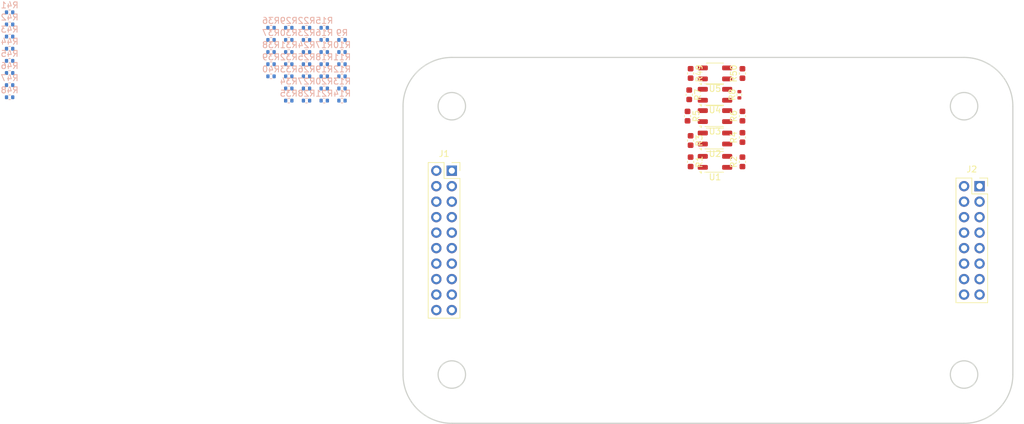
<source format=kicad_pcb>
(kicad_pcb (version 20240108) (generator "pcbnew") (generator_version "8.0")
  (layers (0 "F.Cu" signal) (31 "B.Cu" signal) (34 "B.Paste" user) (35 "F.Paste" user) (36 "B.SilkS" user "B.Silkscreen") (37 "F.SilkS" user "F.Silkscreen") (38 "B.Mask" user) (39 "F.Mask" user) (44 "Edge.Cuts" user))
  (net 0 "")
  (net 1 "+5V")
  (net 2 "DIO0")
  (net 3 "DIO1")
  (net 4 "DIO2")
  (net 5 "DIO3")
  (net 6 "DIO4")
  (net 7 "DIO5")
  (net 8 "DIO6")
  (net 9 "DIO7")
  (net 10 "GND")
  (net 27 "Signal1")
  (net 28 "Net-(U1-A)")
  (net 29 "Signal3")
  (net 30 "Net-(U2-A)")
  (net 31 "Signal2")
  (net 32 "Net-(U3-A)")
  (net 33 "Signal4")
  (net 34 "Net-(U4-A)")
  (net 43 "Signal5")
  (net 44 "Net-(U5-A)")
  (footprint "Capacitor_SMD:C_0603_1608Metric" (layer "F.Cu") (at 152.074 58.0016 90)
    (property "Reference" "R50" (at 0 -1.43 -90) (layer "F.SilkS"))
    (property "Value" "10k")
    (fp_line (start -0.14058 -0.51) (end 0.14058 -0.51) (stroke (width 0.12)) (layer "F.SilkS"))
    (fp_line (start -0.14058 0.51) (end 0.14058 0.51) (stroke (width 0.12)) (layer "F.SilkS"))
    (pad "1" smd roundrect (at -0.775 0 90) (size 0.9 0.95) (layers "F.Cu" "F.Paste" "F.Mask") (net 1 "+5V"))
    (pad "2" smd roundrect (at 0.775 0 90) (size 0.9 0.95) (layers "F.Cu" "F.Paste" "F.Mask") (net 43 "Signal5"))
  )
  (footprint "Capacitor_SMD:C_0603_1608Metric" (layer "F.Cu") (at 143.349 61.4916 -90)
    (property "Reference" "R7" (at 0 -1.43 90) (layer "F.SilkS"))
    (property "Value" "120")
    (fp_line (start -0.14058 0.51) (end 0.14058 0.51) (stroke (width 0.12)) (layer "F.SilkS"))
    (fp_line (start -0.14058 -0.51) (end 0.14058 -0.51) (stroke (width 0.12)) (layer "F.SilkS"))
    (pad "1" smd roundrect (at -0.775 0 270) (size 0.9 0.95) (layers "F.Cu" "F.Paste" "F.Mask") (net 1 "+5V"))
    (pad "2" smd roundrect (at 0.775 0 270) (size 0.9 0.95) (layers "F.Cu" "F.Paste" "F.Mask") (net 34 "Net-(U4-A)"))
  )
  (footprint "Connector_PinSocket_2.54mm:PinSocket_2x08_P2.54mm_Vertical" (layer "F.Cu") (at 190.9594 76.4794)
    (property "Reference" "J2" (at -1.27 -2.77 0) (layer "F.SilkS"))
    (property "Value" "Conn_02x08_Odd_Even")
    (fp_line (start -3.87 -1.33) (end -3.87 19.11) (stroke (width 0.12)) (layer "F.SilkS"))
    (fp_line (start -3.87 -1.33) (end -1.27 -1.33) (stroke (width 0.12)) (layer "F.SilkS"))
    (fp_line (start -3.87 19.11) (end 1.33 19.11) (stroke (width 0.12)) (layer "F.SilkS"))
    (fp_line (start -1.27 -1.33) (end -1.27 1.27) (stroke (width 0.12)) (layer "F.SilkS"))
    (fp_line (start -1.27 1.27) (end 1.33 1.27) (stroke (width 0.12)) (layer "F.SilkS"))
    (fp_line (start 0 -1.33) (end 1.33 -1.33) (stroke (width 0.12)) (layer "F.SilkS"))
    (fp_line (start 1.33 -1.33) (end 1.33 0) (stroke (width 0.12)) (layer "F.SilkS"))
    (fp_line (start 1.33 1.27) (end 1.33 19.11) (stroke (width 0.12)) (layer "F.SilkS"))
    (pad "1" thru_hole rect (at 0 0) (size 1.7 1.7) (drill 1) (layers "*.Cu" "*.Mask"))
    (pad "2" thru_hole oval (at -2.54 0) (size 1.7 1.7) (drill 1) (layers "*.Cu" "*.Mask"))
    (pad "3" thru_hole oval (at 0 2.54) (size 1.7 1.7) (drill 1) (layers "*.Cu" "*.Mask"))
    (pad "4" thru_hole oval (at -2.54 2.54) (size 1.7 1.7) (drill 1) (layers "*.Cu" "*.Mask"))
    (pad "5" thru_hole oval (at 0 5.08) (size 1.7 1.7) (drill 1) (layers "*.Cu" "*.Mask"))
    (pad "6" thru_hole oval (at -2.54 5.08) (size 1.7 1.7) (drill 1) (layers "*.Cu" "*.Mask"))
    (pad "7" thru_hole oval (at 0 7.62) (size 1.7 1.7) (drill 1) (layers "*.Cu" "*.Mask"))
    (pad "8" thru_hole oval (at -2.54 7.62) (size 1.7 1.7) (drill 1) (layers "*.Cu" "*.Mask"))
    (pad "9" thru_hole oval (at 0 10.16) (size 1.7 1.7) (drill 1) (layers "*.Cu" "*.Mask"))
    (pad "10" thru_hole oval (at -2.54 10.16) (size 1.7 1.7) (drill 1) (layers "*.Cu" "*.Mask"))
    (pad "11" thru_hole oval (at 0 12.7) (size 1.7 1.7) (drill 1) (layers "*.Cu" "*.Mask"))
    (pad "12" thru_hole oval (at -2.54 12.7) (size 1.7 1.7) (drill 1) (layers "*.Cu" "*.Mask"))
    (pad "13" thru_hole oval (at 0 15.24) (size 1.7 1.7) (drill 1) (layers "*.Cu" "*.Mask"))
    (pad "14" thru_hole oval (at -2.54 15.24) (size 1.7 1.7) (drill 1) (layers "*.Cu" "*.Mask"))
    (pad "15" thru_hole oval (at 0 17.78) (size 1.7 1.7) (drill 1) (layers "*.Cu" "*.Mask"))
    (pad "16" thru_hole oval (at -2.54 17.78) (size 1.7 1.7) (drill 1) (layers "*.Cu" "*.Mask"))
  )
  (footprint "Capacitor_SMD:C_0603_1608Metric" (layer "F.Cu") (at 152.074 64.9916 90)
    (property "Reference" "R6" (at 0 -1.43 -90) (layer "F.SilkS"))
    (property "Value" "10k")
    (fp_line (start -0.14058 -0.51) (end 0.14058 -0.51) (stroke (width 0.12)) (layer "F.SilkS"))
    (fp_line (start -0.14058 0.51) (end 0.14058 0.51) (stroke (width 0.12)) (layer "F.SilkS"))
    (pad "1" smd roundrect (at -0.775 0 90) (size 0.9 0.95) (layers "F.Cu" "F.Paste" "F.Mask") (net 1 "+5V"))
    (pad "2" smd roundrect (at 0.775 0 90) (size 0.9 0.95) (layers "F.Cu" "F.Paste" "F.Mask") (net 31 "Signal2"))
  )
  (footprint "Capacitor_SMD:C_0603_1608Metric" (layer "F.Cu") (at 143.574 72.4916 -90)
    (property "Reference" "R1" (at 0 -1.43 90) (layer "F.SilkS"))
    (property "Value" "120")
    (fp_line (start -0.14058 0.51) (end 0.14058 0.51) (stroke (width 0.12)) (layer "F.SilkS"))
    (fp_line (start -0.14058 -0.51) (end 0.14058 -0.51) (stroke (width 0.12)) (layer "F.SilkS"))
    (pad "1" smd roundrect (at -0.775 0 270) (size 0.9 0.95) (layers "F.Cu" "F.Paste" "F.Mask") (net 1 "+5V"))
    (pad "2" smd roundrect (at 0.775 0 270) (size 0.9 0.95) (layers "F.Cu" "F.Paste" "F.Mask") (net 28 "Net-(U1-A)"))
  )
  (footprint "Resistor_SMD:R_0402_1005Metric" (layer "F.Cu") (at 151.574 61.4916 90)
    (property "Reference" "R8" (at 0 -1.17 -90) (layer "F.SilkS"))
    (property "Value" "10k")
    (fp_line (start -0.153641 -0.38) (end 0.153641 -0.38) (stroke (width 0.12)) (layer "F.SilkS"))
    (fp_line (start -0.153641 0.38) (end 0.153641 0.38) (stroke (width 0.12)) (layer "F.SilkS"))
    (pad "1" smd roundrect (at -0.51 0 90) (size 0.54 0.64) (layers "F.Cu" "F.Paste" "F.Mask") (net 1 "+5V"))
    (pad "2" smd roundrect (at 0.51 0 90) (size 0.54 0.64) (layers "F.Cu" "F.Paste" "F.Mask") (net 33 "Signal4"))
  )
  (footprint "OptoDevice:OnSemi_CASE100CY" (layer "F.Cu") (at 147.574 61.4916 90)
    (property "Reference" "U4" (at -2.5 0 0) (layer "F.SilkS"))
    (property "Value" "QRE1113GR")
    (fp_line (start 1.7 1.4) (end 1.7 -1.4) (stroke (width 0.12)) (layer "F.SilkS"))
    (fp_line (start -1.7 1.4) (end -1.7 -1.67) (stroke (width 0.12)) (layer "F.SilkS"))
    (fp_poly (pts (xy -1.61 -2.23) (xy -1.89 -2.23) (xy -1.61 -2.51) (xy -1.61 -2.23)) (stroke (width 0.12)) (fill solid) (layer "F.SilkS"))
    (pad "1" smd roundrect (at -0.9 -2 90) (size 0.79 1.66) (layers "F.Cu" "F.Paste" "F.Mask") (net 34 "Net-(U4-A)"))
    (pad "2" smd roundrect (at -0.9 2 90) (size 0.79 1.66) (layers "F.Cu" "F.Paste" "F.Mask") (net 10 "GND"))
    (pad "3" smd roundrect (at 0.9 2 90) (size 0.79 1.66) (layers "F.Cu" "F.Paste" "F.Mask") (net 33 "Signal4"))
    (pad "4" smd roundrect (at 0.9 -2 90) (size 0.79 1.66) (layers "F.Cu" "F.Paste" "F.Mask") (net 10 "GND"))
  )
  (footprint "OptoDevice:OnSemi_CASE100CY" (layer "F.Cu") (at 147.574 72.4916 90)
    (property "Reference" "U1" (at -2.5 0 0) (layer "F.SilkS"))
    (property "Value" "QRE1113GR")
    (fp_line (start 1.7 1.4) (end 1.7 -1.4) (stroke (width 0.12)) (layer "F.SilkS"))
    (fp_line (start -1.7 1.4) (end -1.7 -1.67) (stroke (width 0.12)) (layer "F.SilkS"))
    (fp_poly (pts (xy -1.61 -2.23) (xy -1.89 -2.23) (xy -1.61 -2.51) (xy -1.61 -2.23)) (stroke (width 0.12)) (fill solid) (layer "F.SilkS"))
    (pad "1" smd roundrect (at -0.9 -2 90) (size 0.79 1.66) (layers "F.Cu" "F.Paste" "F.Mask") (net 28 "Net-(U1-A)"))
    (pad "2" smd roundrect (at -0.9 2 90) (size 0.79 1.66) (layers "F.Cu" "F.Paste" "F.Mask") (net 10 "GND"))
    (pad "3" smd roundrect (at 0.9 2 90) (size 0.79 1.66) (layers "F.Cu" "F.Paste" "F.Mask") (net 27 "Signal1"))
    (pad "4" smd roundrect (at 0.9 -2 90) (size 0.79 1.66) (layers "F.Cu" "F.Paste" "F.Mask") (net 10 "GND"))
  )
  (footprint "OptoDevice:OnSemi_CASE100CY" (layer "F.Cu") (at 147.574 64.9916 90)
    (property "Reference" "U3" (at -2.5 0 0) (layer "F.SilkS"))
    (property "Value" "QRE1113GR")
    (fp_line (start 1.7 1.4) (end 1.7 -1.4) (stroke (width 0.12)) (layer "F.SilkS"))
    (fp_line (start -1.7 1.4) (end -1.7 -1.67) (stroke (width 0.12)) (layer "F.SilkS"))
    (fp_poly (pts (xy -1.61 -2.23) (xy -1.89 -2.23) (xy -1.61 -2.51) (xy -1.61 -2.23)) (stroke (width 0.12)) (fill solid) (layer "F.SilkS"))
    (pad "1" smd roundrect (at -0.9 -2 90) (size 0.79 1.66) (layers "F.Cu" "F.Paste" "F.Mask") (net 32 "Net-(U3-A)"))
    (pad "2" smd roundrect (at -0.9 2 90) (size 0.79 1.66) (layers "F.Cu" "F.Paste" "F.Mask") (net 10 "GND"))
    (pad "3" smd roundrect (at 0.9 2 90) (size 0.79 1.66) (layers "F.Cu" "F.Paste" "F.Mask") (net 31 "Signal2"))
    (pad "4" smd roundrect (at 0.9 -2 90) (size 0.79 1.66) (layers "F.Cu" "F.Paste" "F.Mask") (net 10 "GND"))
  )
  (footprint "Capacitor_SMD:C_0603_1608Metric" (layer "F.Cu") (at 143.574 57.9916 -90)
    (property "Reference" "R49" (at 0 -1.43 90) (layer "F.SilkS"))
    (property "Value" "120")
    (fp_line (start -0.14058 0.51) (end 0.14058 0.51) (stroke (width 0.12)) (layer "F.SilkS"))
    (fp_line (start -0.14058 -0.51) (end 0.14058 -0.51) (stroke (width 0.12)) (layer "F.SilkS"))
    (pad "1" smd roundrect (at -0.775 0 270) (size 0.9 0.95) (layers "F.Cu" "F.Paste" "F.Mask") (net 1 "+5V"))
    (pad "2" smd roundrect (at 0.775 0 270) (size 0.9 0.95) (layers "F.Cu" "F.Paste" "F.Mask") (net 44 "Net-(U5-A)"))
  )
  (footprint "Capacitor_SMD:C_0603_1608Metric" (layer "F.Cu") (at 152.074 68.4916 90)
    (property "Reference" "R4" (at 0 -1.43 -90) (layer "F.SilkS"))
    (property "Value" "10k")
    (fp_line (start -0.14058 -0.51) (end 0.14058 -0.51) (stroke (width 0.12)) (layer "F.SilkS"))
    (fp_line (start -0.14058 0.51) (end 0.14058 0.51) (stroke (width 0.12)) (layer "F.SilkS"))
    (pad "1" smd roundrect (at -0.775 0 90) (size 0.9 0.95) (layers "F.Cu" "F.Paste" "F.Mask") (net 1 "+5V"))
    (pad "2" smd roundrect (at 0.775 0 90) (size 0.9 0.95) (layers "F.Cu" "F.Paste" "F.Mask") (net 29 "Signal3"))
  )
  (footprint "OptoDevice:OnSemi_CASE100CY" (layer "F.Cu") (at 147.574 68.6666 90)
    (property "Reference" "U2" (at -2.5 0 0) (layer "F.SilkS"))
    (property "Value" "QRE1113GR")
    (fp_line (start 1.7 1.4) (end 1.7 -1.4) (stroke (width 0.12)) (layer "F.SilkS"))
    (fp_line (start -1.7 1.4) (end -1.7 -1.67) (stroke (width 0.12)) (layer "F.SilkS"))
    (fp_poly (pts (xy -1.61 -2.23) (xy -1.89 -2.23) (xy -1.61 -2.51) (xy -1.61 -2.23)) (stroke (width 0.12)) (fill solid) (layer "F.SilkS"))
    (pad "1" smd roundrect (at -0.9 -2 90) (size 0.79 1.66) (layers "F.Cu" "F.Paste" "F.Mask") (net 30 "Net-(U2-A)"))
    (pad "2" smd roundrect (at -0.9 2 90) (size 0.79 1.66) (layers "F.Cu" "F.Paste" "F.Mask") (net 10 "GND"))
    (pad "3" smd roundrect (at 0.9 2 90) (size 0.79 1.66) (layers "F.Cu" "F.Paste" "F.Mask") (net 29 "Signal3"))
    (pad "4" smd roundrect (at 0.9 -2 90) (size 0.79 1.66) (layers "F.Cu" "F.Paste" "F.Mask") (net 10 "GND"))
  )
  (footprint "Capacitor_SMD:C_0603_1608Metric" (layer "F.Cu") (at 143.574 68.9916 -90)
    (property "Reference" "R3" (at 0 -1.43 90) (layer "F.SilkS"))
    (property "Value" "120")
    (fp_line (start -0.14058 0.51) (end 0.14058 0.51) (stroke (width 0.12)) (layer "F.SilkS"))
    (fp_line (start -0.14058 -0.51) (end 0.14058 -0.51) (stroke (width 0.12)) (layer "F.SilkS"))
    (pad "1" smd roundrect (at -0.775 0 270) (size 0.9 0.95) (layers "F.Cu" "F.Paste" "F.Mask") (net 1 "+5V"))
    (pad "2" smd roundrect (at 0.775 0 270) (size 0.9 0.95) (layers "F.Cu" "F.Paste" "F.Mask") (net 30 "Net-(U2-A)"))
  )
  (footprint "Capacitor_SMD:C_0603_1608Metric" (layer "F.Cu") (at 143.074 64.9916 -90)
    (property "Reference" "R5" (at 0 -1.43 90) (layer "F.SilkS"))
    (property "Value" "120")
    (fp_line (start -0.14058 0.51) (end 0.14058 0.51) (stroke (width 0.12)) (layer "F.SilkS"))
    (fp_line (start -0.14058 -0.51) (end 0.14058 -0.51) (stroke (width 0.12)) (layer "F.SilkS"))
    (pad "1" smd roundrect (at -0.775 0 270) (size 0.9 0.95) (layers "F.Cu" "F.Paste" "F.Mask") (net 1 "+5V"))
    (pad "2" smd roundrect (at 0.775 0 270) (size 0.9 0.95) (layers "F.Cu" "F.Paste" "F.Mask") (net 32 "Net-(U3-A)"))
  )
  (footprint "OptoDevice:OnSemi_CASE100CY" (layer "F.Cu") (at 147.574 57.9916 90)
    (property "Reference" "U5" (at -2.5 0 0) (layer "F.SilkS"))
    (property "Value" "QRE1113GR")
    (fp_line (start 1.7 1.4) (end 1.7 -1.4) (stroke (width 0.12)) (layer "F.SilkS"))
    (fp_line (start -1.7 1.4) (end -1.7 -1.67) (stroke (width 0.12)) (layer "F.SilkS"))
    (fp_poly (pts (xy -1.61 -2.23) (xy -1.89 -2.23) (xy -1.61 -2.51) (xy -1.61 -2.23)) (stroke (width 0.12)) (fill solid) (layer "F.SilkS"))
    (pad "1" smd roundrect (at -0.9 -2 90) (size 0.79 1.66) (layers "F.Cu" "F.Paste" "F.Mask") (net 44 "Net-(U5-A)"))
    (pad "2" smd roundrect (at -0.9 2 90) (size 0.79 1.66) (layers "F.Cu" "F.Paste" "F.Mask") (net 10 "GND"))
    (pad "3" smd roundrect (at 0.9 2 90) (size 0.79 1.66) (layers "F.Cu" "F.Paste" "F.Mask") (net 43 "Signal5"))
    (pad "4" smd roundrect (at 0.9 -2 90) (size 0.79 1.66) (layers "F.Cu" "F.Paste" "F.Mask") (net 10 "GND"))
  )
  (footprint "Connector_PinSocket_2.54mm:PinSocket_2x10_P2.54mm_Vertical" (layer "F.Cu") (at 104.4194 73.9394)
    (property "Reference" "J1" (at -1.27 -2.77 0) (layer "F.SilkS"))
    (property "Value" "Conn_02x10_Odd_Even")
    (fp_line (start -3.87 -1.33) (end -3.87 24.19) (stroke (width 0.12)) (layer "F.SilkS"))
    (fp_line (start -3.87 -1.33) (end -1.27 -1.33) (stroke (width 0.12)) (layer "F.SilkS"))
    (fp_line (start -3.87 24.19) (end 1.33 24.19) (stroke (width 0.12)) (layer "F.SilkS"))
    (fp_line (start -1.27 -1.33) (end -1.27 1.27) (stroke (width 0.12)) (layer "F.SilkS"))
    (fp_line (start -1.27 1.27) (end 1.33 1.27) (stroke (width 0.12)) (layer "F.SilkS"))
    (fp_line (start 0 -1.33) (end 1.33 -1.33) (stroke (width 0.12)) (layer "F.SilkS"))
    (fp_line (start 1.33 -1.33) (end 1.33 0) (stroke (width 0.12)) (layer "F.SilkS"))
    (fp_line (start 1.33 1.27) (end 1.33 24.19) (stroke (width 0.12)) (layer "F.SilkS"))
    (pad "1" thru_hole rect (at 0 0) (size 1.7 1.7) (drill 1) (layers "*.Cu" "*.Mask") (net 1 "+5V"))
    (pad "2" thru_hole oval (at -2.54 0) (size 1.7 1.7) (drill 1) (layers "*.Cu" "*.Mask") (net 1 "+5V"))
    (pad "3" thru_hole oval (at 0 2.54) (size 1.7 1.7) (drill 1) (layers "*.Cu" "*.Mask"))
    (pad "4" thru_hole oval (at -2.54 2.54) (size 1.7 1.7) (drill 1) (layers "*.Cu" "*.Mask") (net 2 "DIO0"))
    (pad "5" thru_hole oval (at 0 5.08) (size 1.7 1.7) (drill 1) (layers "*.Cu" "*.Mask"))
    (pad "6" thru_hole oval (at -2.54 5.08) (size 1.7 1.7) (drill 1) (layers "*.Cu" "*.Mask") (net 3 "DIO1"))
    (pad "7" thru_hole oval (at 0 7.62) (size 1.7 1.7) (drill 1) (layers "*.Cu" "*.Mask"))
    (pad "8" thru_hole oval (at -2.54 7.62) (size 1.7 1.7) (drill 1) (layers "*.Cu" "*.Mask") (net 4 "DIO2"))
    (pad "9" thru_hole oval (at 0 10.16) (size 1.7 1.7) (drill 1) (layers "*.Cu" "*.Mask"))
    (pad "10" thru_hole oval (at -2.54 10.16) (size 1.7 1.7) (drill 1) (layers "*.Cu" "*.Mask") (net 5 "DIO3"))
    (pad "11" thru_hole oval (at 0 12.7) (size 1.7 1.7) (drill 1) (layers "*.Cu" "*.Mask"))
    (pad "12" thru_hole oval (at -2.54 12.7) (size 1.7 1.7) (drill 1) (layers "*.Cu" "*.Mask") (net 6 "DIO4"))
    (pad "13" thru_hole oval (at 0 15.24) (size 1.7 1.7) (drill 1) (layers "*.Cu" "*.Mask"))
    (pad "14" thru_hole oval (at -2.54 15.24) (size 1.7 1.7) (drill 1) (layers "*.Cu" "*.Mask") (net 7 "DIO5"))
    (pad "15" thru_hole oval (at 0 17.78) (size 1.7 1.7) (drill 1) (layers "*.Cu" "*.Mask"))
    (pad "16" thru_hole oval (at -2.54 17.78) (size 1.7 1.7) (drill 1) (layers "*.Cu" "*.Mask") (net 8 "DIO6"))
    (pad "17" thru_hole oval (at 0 20.32) (size 1.7 1.7) (drill 1) (layers "*.Cu" "*.Mask"))
    (pad "18" thru_hole oval (at -2.54 20.32) (size 1.7 1.7) (drill 1) (layers "*.Cu" "*.Mask") (net 9 "DIO7"))
    (pad "19" thru_hole oval (at 0 22.86) (size 1.7 1.7) (drill 1) (layers "*.Cu" "*.Mask") (net 10 "GND"))
    (pad "20" thru_hole oval (at -2.54 22.86) (size 1.7 1.7) (drill 1) (layers "*.Cu" "*.Mask") (net 10 "GND"))
  )
  (footprint "Capacitor_SMD:C_0603_1608Metric" (layer "F.Cu") (at 152.074 72.4916 90)
    (property "Reference" "R2" (at 0 -1.43 -90) (layer "F.SilkS"))
    (property "Value" "10k")
    (fp_line (start -0.14058 -0.51) (end 0.14058 -0.51) (stroke (width 0.12)) (layer "F.SilkS"))
    (fp_line (start -0.14058 0.51) (end 0.14058 0.51) (stroke (width 0.12)) (layer "F.SilkS"))
    (pad "1" smd roundrect (at -0.775 0 90) (size 0.9 0.95) (layers "F.Cu" "F.Paste" "F.Mask") (net 1 "+5V"))
    (pad "2" smd roundrect (at 0.775 0 90) (size 0.9 0.95) (layers "F.Cu" "F.Paste" "F.Mask") (net 27 "Signal1"))
  )
  (footprint "Resistor_SMD:R_0402_1005Metric" (layer "B.Cu") (at 31.905 53.94 180)
    (property "Reference" "R44" (at 0 1.17 180) (layer "B.SilkS") (effects (justify mirror)))
    (property "Value" "R")
    (fp_line (start 0.153641 0.38) (end -0.153641 0.38) (stroke (width 0.12)) (layer "B.SilkS"))
    (fp_line (start 0.153641 -0.38) (end -0.153641 -0.38) (stroke (width 0.12)) (layer "B.SilkS"))
    (pad "1" smd roundrect (at -0.51 0 180) (size 0.54 0.64) (layers "B.Cu" "B.Paste" "B.Mask") (net 5 "DIO3"))
    (pad "2" smd roundrect (at 0.51 0 180) (size 0.54 0.64) (layers "B.Cu" "B.Paste" "B.Mask") (net 43 "Signal5"))
  )
  (footprint "Resistor_SMD:R_0402_1005Metric" (layer "B.Cu") (at 77.68 62.45 180)
    (property "Reference" "R35" (at 0 1.17 180) (layer "B.SilkS") (effects (justify mirror)))
    (property "Value" "R")
    (fp_line (start 0.153641 0.38) (end -0.153641 0.38) (stroke (width 0.12)) (layer "B.SilkS"))
    (fp_line (start 0.153641 -0.38) (end -0.153641 -0.38) (stroke (width 0.12)) (layer "B.SilkS"))
    (pad "1" smd roundrect (at -0.51 0 180) (size 0.54 0.64) (layers "B.Cu" "B.Paste" "B.Mask") (net 4 "DIO2"))
    (pad "2" smd roundrect (at 0.51 0 180) (size 0.54 0.64) (layers "B.Cu" "B.Paste" "B.Mask") (net 33 "Signal4"))
  )
  (footprint "Resistor_SMD:R_0402_1005Metric" (layer "B.Cu") (at 83.5 54.49 180)
    (property "Reference" "R17" (at 0 1.17 180) (layer "B.SilkS") (effects (justify mirror)))
    (property "Value" "R")
    (fp_line (start 0.153641 0.38) (end -0.153641 0.38) (stroke (width 0.12)) (layer "B.SilkS"))
    (fp_line (start 0.153641 -0.38) (end -0.153641 -0.38) (stroke (width 0.12)) (layer "B.SilkS"))
    (pad "1" smd roundrect (at -0.51 0 180) (size 0.54 0.64) (layers "B.Cu" "B.Paste" "B.Mask") (net 2 "DIO0"))
    (pad "2" smd roundrect (at 0.51 0 180) (size 0.54 0.64) (layers "B.Cu" "B.Paste" "B.Mask") (net 31 "Signal2"))
  )
  (footprint "Resistor_SMD:R_0402_1005Metric" (layer "B.Cu") (at 80.59 54.49 180)
    (property "Reference" "R24" (at 0 1.17 180) (layer "B.SilkS") (effects (justify mirror)))
    (property "Value" "R")
    (fp_line (start 0.153641 0.38) (end -0.153641 0.38) (stroke (width 0.12)) (layer "B.SilkS"))
    (fp_line (start 0.153641 -0.38) (end -0.153641 -0.38) (stroke (width 0.12)) (layer "B.SilkS"))
    (pad "1" smd roundrect (at -0.51 0 180) (size 0.54 0.64) (layers "B.Cu" "B.Paste" "B.Mask") (net 9 "DIO7"))
    (pad "2" smd roundrect (at 0.51 0 180) (size 0.54 0.64) (layers "B.Cu" "B.Paste" "B.Mask") (net 31 "Signal2"))
  )
  (footprint "Resistor_SMD:R_0402_1005Metric" (layer "B.Cu") (at 83.5 60.46 180)
    (property "Reference" "R20" (at 0 1.17 180) (layer "B.SilkS") (effects (justify mirror)))
    (property "Value" "R")
    (fp_line (start 0.153641 0.38) (end -0.153641 0.38) (stroke (width 0.12)) (layer "B.SilkS"))
    (fp_line (start 0.153641 -0.38) (end -0.153641 -0.38) (stroke (width 0.12)) (layer "B.SilkS"))
    (pad "1" smd roundrect (at -0.51 0 180) (size 0.54 0.64) (layers "B.Cu" "B.Paste" "B.Mask") (net 5 "DIO3"))
    (pad "2" smd roundrect (at 0.51 0 180) (size 0.54 0.64) (layers "B.Cu" "B.Paste" "B.Mask") (net 31 "Signal2"))
  )
  (footprint "Resistor_SMD:R_0402_1005Metric" (layer "B.Cu") (at 86.41 62.45 180)
    (property "Reference" "R14" (at 0 1.17 180) (layer "B.SilkS") (effects (justify mirror)))
    (property "Value" "R")
    (fp_line (start 0.153641 0.38) (end -0.153641 0.38) (stroke (width 0.12)) (layer "B.SilkS"))
    (fp_line (start 0.153641 -0.38) (end -0.153641 -0.38) (stroke (width 0.12)) (layer "B.SilkS"))
    (pad "1" smd roundrect (at -0.51 0 180) (size 0.54 0.64) (layers "B.Cu" "B.Paste" "B.Mask") (net 7 "DIO5"))
    (pad "2" smd roundrect (at 0.51 0 180) (size 0.54 0.64) (layers "B.Cu" "B.Paste" "B.Mask") (net 27 "Signal1"))
  )
  (footprint "Resistor_SMD:R_0402_1005Metric" (layer "B.Cu") (at 31.905 61.9 180)
    (property "Reference" "R48" (at 0 1.17 180) (layer "B.SilkS") (effects (justify mirror)))
    (property "Value" "R")
    (fp_line (start 0.153641 0.38) (end -0.153641 0.38) (stroke (width 0.12)) (layer "B.SilkS"))
    (fp_line (start 0.153641 -0.38) (end -0.153641 -0.38) (stroke (width 0.12)) (layer "B.SilkS"))
    (pad "1" smd roundrect (at -0.51 0 180) (size 0.54 0.64) (layers "B.Cu" "B.Paste" "B.Mask") (net 9 "DIO7"))
    (pad "2" smd roundrect (at 0.51 0 180) (size 0.54 0.64) (layers "B.Cu" "B.Paste" "B.Mask") (net 43 "Signal5"))
  )
  (footprint "Resistor_SMD:R_0402_1005Metric" (layer "B.Cu") (at 83.5 50.51 180)
    (property "Reference" "R15" (at 0 1.17 180) (layer "B.SilkS") (effects (justify mirror)))
    (property "Value" "R")
    (fp_line (start 0.153641 0.38) (end -0.153641 0.38) (stroke (width 0.12)) (layer "B.SilkS"))
    (fp_line (start 0.153641 -0.38) (end -0.153641 -0.38) (stroke (width 0.12)) (layer "B.SilkS"))
    (pad "1" smd roundrect (at -0.51 0 180) (size 0.54 0.64) (layers "B.Cu" "B.Paste" "B.Mask") (net 8 "DIO6"))
    (pad "2" smd roundrect (at 0.51 0 180) (size 0.54 0.64) (layers "B.Cu" "B.Paste" "B.Mask") (net 27 "Signal1"))
  )
  (footprint "Resistor_SMD:R_0402_1005Metric" (layer "B.Cu") (at 77.68 52.5 180)
    (property "Reference" "R30" (at 0 1.17 180) (layer "B.SilkS") (effects (justify mirror)))
    (property "Value" "R")
    (fp_line (start 0.153641 0.38) (end -0.153641 0.38) (stroke (width 0.12)) (layer "B.SilkS"))
    (fp_line (start 0.153641 -0.38) (end -0.153641 -0.38) (stroke (width 0.12)) (layer "B.SilkS"))
    (pad "1" smd roundrect (at -0.51 0 180) (size 0.54 0.64) (layers "B.Cu" "B.Paste" "B.Mask") (net 7 "DIO5"))
    (pad "2" smd roundrect (at 0.51 0 180) (size 0.54 0.64) (layers "B.Cu" "B.Paste" "B.Mask") (net 29 "Signal3"))
  )
  (footprint "Resistor_SMD:R_0402_1005Metric" (layer "B.Cu") (at 74.77 50.51 180)
    (property "Reference" "R36" (at 0 1.17 180) (layer "B.SilkS") (effects (justify mirror)))
    (property "Value" "R")
    (fp_line (start 0.153641 0.38) (end -0.153641 0.38) (stroke (width 0.12)) (layer "B.SilkS"))
    (fp_line (start 0.153641 -0.38) (end -0.153641 -0.38) (stroke (width 0.12)) (layer "B.SilkS"))
    (pad "1" smd roundrect (at -0.51 0 180) (size 0.54 0.64) (layers "B.Cu" "B.Paste" "B.Mask") (net 5 "DIO3"))
    (pad "2" smd roundrect (at 0.51 0 180) (size 0.54 0.64) (layers "B.Cu" "B.Paste" "B.Mask") (net 33 "Signal4"))
  )
  (footprint "Resistor_SMD:R_0402_1005Metric" (layer "B.Cu") (at 80.59 62.45 180)
    (property "Reference" "R28" (at 0 1.17 180) (layer "B.SilkS") (effects (justify mirror)))
    (property "Value" "R")
    (fp_line (start 0.153641 0.38) (end -0.153641 0.38) (stroke (width 0.12)) (layer "B.SilkS"))
    (fp_line (start 0.153641 -0.38) (end -0.153641 -0.38) (stroke (width 0.12)) (layer "B.SilkS"))
    (pad "1" smd roundrect (at -0.51 0 180) (size 0.54 0.64) (layers "B.Cu" "B.Paste" "B.Mask") (net 5 "DIO3"))
    (pad "2" smd roundrect (at 0.51 0 180) (size 0.54 0.64) (layers "B.Cu" "B.Paste" "B.Mask") (net 29 "Signal3"))
  )
  (footprint "Resistor_SMD:R_0402_1005Metric" (layer "B.Cu") (at 74.77 54.49 180)
    (property "Reference" "R38" (at 0 1.17 180) (layer "B.SilkS") (effects (justify mirror)))
    (property "Value" "R")
    (fp_line (start 0.153641 0.38) (end -0.153641 0.38) (stroke (width 0.12)) (layer "B.SilkS"))
    (fp_line (start 0.153641 -0.38) (end -0.153641 -0.38) (stroke (width 0.12)) (layer "B.SilkS"))
    (pad "1" smd roundrect (at -0.51 0 180) (size 0.54 0.64) (layers "B.Cu" "B.Paste" "B.Mask") (net 7 "DIO5"))
    (pad "2" smd roundrect (at 0.51 0 180) (size 0.54 0.64) (layers "B.Cu" "B.Paste" "B.Mask") (net 33 "Signal4"))
  )
  (footprint "Resistor_SMD:R_0402_1005Metric" (layer "B.Cu") (at 74.77 56.48 180)
    (property "Reference" "R39" (at 0 1.17 180) (layer "B.SilkS") (effects (justify mirror)))
    (property "Value" "R")
    (fp_line (start 0.153641 0.38) (end -0.153641 0.38) (stroke (width 0.12)) (layer "B.SilkS"))
    (fp_line (start 0.153641 -0.38) (end -0.153641 -0.38) (stroke (width 0.12)) (layer "B.SilkS"))
    (pad "1" smd roundrect (at -0.51 0 180) (size 0.54 0.64) (layers "B.Cu" "B.Paste" "B.Mask") (net 8 "DIO6"))
    (pad "2" smd roundrect (at 0.51 0 180) (size 0.54 0.64) (layers "B.Cu" "B.Paste" "B.Mask") (net 33 "Signal4"))
  )
  (footprint "Resistor_SMD:R_0402_1005Metric" (layer "B.Cu") (at 86.41 58.47 180)
    (property "Reference" "R12" (at 0 1.17 180) (layer "B.SilkS") (effects (justify mirror)))
    (property "Value" "R")
    (fp_line (start 0.153641 0.38) (end -0.153641 0.38) (stroke (width 0.12)) (layer "B.SilkS"))
    (fp_line (start 0.153641 -0.38) (end -0.153641 -0.38) (stroke (width 0.12)) (layer "B.SilkS"))
    (pad "1" smd roundrect (at -0.51 0 180) (size 0.54 0.64) (layers "B.Cu" "B.Paste" "B.Mask") (net 5 "DIO3"))
    (pad "2" smd roundrect (at 0.51 0 180) (size 0.54 0.64) (layers "B.Cu" "B.Paste" "B.Mask") (net 27 "Signal1"))
  )
  (footprint "Resistor_SMD:R_0402_1005Metric" (layer "B.Cu") (at 80.59 58.47 180)
    (property "Reference" "R26" (at 0 1.17 180) (layer "B.SilkS") (effects (justify mirror)))
    (property "Value" "R")
    (fp_line (start 0.153641 0.38) (end -0.153641 0.38) (stroke (width 0.12)) (layer "B.SilkS"))
    (fp_line (start 0.153641 -0.38) (end -0.153641 -0.38) (stroke (width 0.12)) (layer "B.SilkS"))
    (pad "1" smd roundrect (at -0.51 0 180) (size 0.54 0.64) (layers "B.Cu" "B.Paste" "B.Mask") (net 3 "DIO1"))
    (pad "2" smd roundrect (at 0.51 0 180) (size 0.54 0.64) (layers "B.Cu" "B.Paste" "B.Mask") (net 29 "Signal3"))
  )
  (footprint "Resistor_SMD:R_0402_1005Metric" (layer "B.Cu") (at 31.905 51.95 180)
    (property "Reference" "R43" (at 0 1.17 180) (layer "B.SilkS") (effects (justify mirror)))
    (property "Value" "R")
    (fp_line (start 0.153641 0.38) (end -0.153641 0.38) (stroke (width 0.12)) (layer "B.SilkS"))
    (fp_line (start 0.153641 -0.38) (end -0.153641 -0.38) (stroke (width 0.12)) (layer "B.SilkS"))
    (pad "1" smd roundrect (at -0.51 0 180) (size 0.54 0.64) (layers "B.Cu" "B.Paste" "B.Mask") (net 4 "DIO2"))
    (pad "2" smd roundrect (at 0.51 0 180) (size 0.54 0.64) (layers "B.Cu" "B.Paste" "B.Mask") (net 43 "Signal5"))
  )
  (footprint "Resistor_SMD:R_0402_1005Metric" (layer "B.Cu") (at 31.905 49.96 180)
    (property "Reference" "R42" (at 0 1.17 180) (layer "B.SilkS") (effects (justify mirror)))
    (property "Value" "R")
    (fp_line (start 0.153641 0.38) (end -0.153641 0.38) (stroke (width 0.12)) (layer "B.SilkS"))
    (fp_line (start 0.153641 -0.38) (end -0.153641 -0.38) (stroke (width 0.12)) (layer "B.SilkS"))
    (pad "1" smd roundrect (at -0.51 0 180) (size 0.54 0.64) (layers "B.Cu" "B.Paste" "B.Mask") (net 3 "DIO1"))
    (pad "2" smd roundrect (at 0.51 0 180) (size 0.54 0.64) (layers "B.Cu" "B.Paste" "B.Mask") (net 43 "Signal5"))
  )
  (footprint "Resistor_SMD:R_0402_1005Metric" (layer "B.Cu") (at 86.41 56.48 180)
    (property "Reference" "R11" (at 0 1.17 180) (layer "B.SilkS") (effects (justify mirror)))
    (property "Value" "R")
    (fp_line (start 0.153641 0.38) (end -0.153641 0.38) (stroke (width 0.12)) (layer "B.SilkS"))
    (fp_line (start 0.153641 -0.38) (end -0.153641 -0.38) (stroke (width 0.12)) (layer "B.SilkS"))
    (pad "1" smd roundrect (at -0.51 0 180) (size 0.54 0.64) (layers "B.Cu" "B.Paste" "B.Mask") (net 4 "DIO2"))
    (pad "2" smd roundrect (at 0.51 0 180) (size 0.54 0.64) (layers "B.Cu" "B.Paste" "B.Mask") (net 27 "Signal1"))
  )
  (footprint "Resistor_SMD:R_0402_1005Metric" (layer "B.Cu") (at 80.59 52.5 180)
    (property "Reference" "R23" (at 0 1.17 180) (layer "B.SilkS") (effects (justify mirror)))
    (property "Value" "R")
    (fp_line (start 0.153641 0.38) (end -0.153641 0.38) (stroke (width 0.12)) (layer "B.SilkS"))
    (fp_line (start 0.153641 -0.38) (end -0.153641 -0.38) (stroke (width 0.12)) (layer "B.SilkS"))
    (pad "1" smd roundrect (at -0.51 0 180) (size 0.54 0.64) (layers "B.Cu" "B.Paste" "B.Mask") (net 8 "DIO6"))
    (pad "2" smd roundrect (at 0.51 0 180) (size 0.54 0.64) (layers "B.Cu" "B.Paste" "B.Mask") (net 31 "Signal2"))
  )
  (footprint "Resistor_SMD:R_0402_1005Metric" (layer "B.Cu") (at 86.41 60.46 180)
    (property "Reference" "R13" (at 0 1.17 180) (layer "B.SilkS") (effects (justify mirror)))
    (property "Value" "R")
    (fp_line (start 0.153641 0.38) (end -0.153641 0.38) (stroke (width 0.12)) (layer "B.SilkS"))
    (fp_line (start 0.153641 -0.38) (end -0.153641 -0.38) (stroke (width 0.12)) (layer "B.SilkS"))
    (pad "1" smd roundrect (at -0.51 0 180) (size 0.54 0.64) (layers "B.Cu" "B.Paste" "B.Mask") (net 6 "DIO4"))
    (pad "2" smd roundrect (at 0.51 0 180) (size 0.54 0.64) (layers "B.Cu" "B.Paste" "B.Mask") (net 27 "Signal1"))
  )
  (footprint "Resistor_SMD:R_0402_1005Metric" (layer "B.Cu") (at 83.5 56.48 180)
    (property "Reference" "R18" (at 0 1.17 180) (layer "B.SilkS") (effects (justify mirror)))
    (property "Value" "R")
    (fp_line (start 0.153641 0.38) (end -0.153641 0.38) (stroke (width 0.12)) (layer "B.SilkS"))
    (fp_line (start 0.153641 -0.38) (end -0.153641 -0.38) (stroke (width 0.12)) (layer "B.SilkS"))
    (pad "1" smd roundrect (at -0.51 0 180) (size 0.54 0.64) (layers "B.Cu" "B.Paste" "B.Mask") (net 3 "DIO1"))
    (pad "2" smd roundrect (at 0.51 0 180) (size 0.54 0.64) (layers "B.Cu" "B.Paste" "B.Mask") (net 31 "Signal2"))
  )
  (footprint "Resistor_SMD:R_0402_1005Metric" (layer "B.Cu") (at 77.68 54.49 180)
    (property "Reference" "R31" (at 0 1.17 180) (layer "B.SilkS") (effects (justify mirror)))
    (property "Value" "R")
    (fp_line (start 0.153641 0.38) (end -0.153641 0.38) (stroke (width 0.12)) (layer "B.SilkS"))
    (fp_line (start 0.153641 -0.38) (end -0.153641 -0.38) (stroke (width 0.12)) (layer "B.SilkS"))
    (pad "1" smd roundrect (at -0.51 0 180) (size 0.54 0.64) (layers "B.Cu" "B.Paste" "B.Mask") (net 8 "DIO6"))
    (pad "2" smd roundrect (at 0.51 0 180) (size 0.54 0.64) (layers "B.Cu" "B.Paste" "B.Mask") (net 29 "Signal3"))
  )
  (footprint "Resistor_SMD:R_0402_1005Metric" (layer "B.Cu") (at 80.59 60.46 180)
    (property "Reference" "R27" (at 0 1.17 180) (layer "B.SilkS") (effects (justify mirror)))
    (property "Value" "R")
    (fp_line (start 0.153641 0.38) (end -0.153641 0.38) (stroke (width 0.12)) (layer "B.SilkS"))
    (fp_line (start 0.153641 -0.38) (end -0.153641 -0.38) (stroke (width 0.12)) (layer "B.SilkS"))
    (pad "1" smd roundrect (at -0.51 0 180) (size 0.54 0.64) (layers "B.Cu" "B.Paste" "B.Mask") (net 4 "DIO2"))
    (pad "2" smd roundrect (at 0.51 0 180) (size 0.54 0.64) (layers "B.Cu" "B.Paste" "B.Mask") (net 29 "Signal3"))
  )
  (footprint "Resistor_SMD:R_0402_1005Metric" (layer "B.Cu") (at 77.68 50.51 180)
    (property "Reference" "R29" (at 0 1.17 180) (layer "B.SilkS") (effects (justify mirror)))
    (property "Value" "R")
    (fp_line (start 0.153641 0.38) (end -0.153641 0.38) (stroke (width 0.12)) (layer "B.SilkS"))
    (fp_line (start 0.153641 -0.38) (end -0.153641 -0.38) (stroke (width 0.12)) (layer "B.SilkS"))
    (pad "1" smd roundrect (at -0.51 0 180) (size 0.54 0.64) (layers "B.Cu" "B.Paste" "B.Mask") (net 6 "DIO4"))
    (pad "2" smd roundrect (at 0.51 0 180) (size 0.54 0.64) (layers "B.Cu" "B.Paste" "B.Mask") (net 29 "Signal3"))
  )
  (footprint "Resistor_SMD:R_0402_1005Metric" (layer "B.Cu") (at 83.5 52.5 180)
    (property "Reference" "R16" (at 0 1.17 180) (layer "B.SilkS") (effects (justify mirror)))
    (property "Value" "R")
    (fp_line (start 0.153641 0.38) (end -0.153641 0.38) (stroke (width 0.12)) (layer "B.SilkS"))
    (fp_line (start 0.153641 -0.38) (end -0.153641 -0.38) (stroke (width 0.12)) (layer "B.SilkS"))
    (pad "1" smd roundrect (at -0.51 0 180) (size 0.54 0.64) (layers "B.Cu" "B.Paste" "B.Mask") (net 9 "DIO7"))
    (pad "2" smd roundrect (at 0.51 0 180) (size 0.54 0.64) (layers "B.Cu" "B.Paste" "B.Mask") (net 27 "Signal1"))
  )
  (footprint "Resistor_SMD:R_0402_1005Metric" (layer "B.Cu") (at 83.5 58.47 180)
    (property "Reference" "R19" (at 0 1.17 180) (layer "B.SilkS") (effects (justify mirror)))
    (property "Value" "R")
    (fp_line (start 0.153641 0.38) (end -0.153641 0.38) (stroke (width 0.12)) (layer "B.SilkS"))
    (fp_line (start 0.153641 -0.38) (end -0.153641 -0.38) (stroke (width 0.12)) (layer "B.SilkS"))
    (pad "1" smd roundrect (at -0.51 0 180) (size 0.54 0.64) (layers "B.Cu" "B.Paste" "B.Mask") (net 4 "DIO2"))
    (pad "2" smd roundrect (at 0.51 0 180) (size 0.54 0.64) (layers "B.Cu" "B.Paste" "B.Mask") (net 31 "Signal2"))
  )
  (footprint "Resistor_SMD:R_0402_1005Metric" (layer "B.Cu") (at 74.77 58.47 180)
    (property "Reference" "R40" (at 0 1.17 180) (layer "B.SilkS") (effects (justify mirror)))
    (property "Value" "R")
    (fp_line (start 0.153641 0.38) (end -0.153641 0.38) (stroke (width 0.12)) (layer "B.SilkS"))
    (fp_line (start 0.153641 -0.38) (end -0.153641 -0.38) (stroke (width 0.12)) (layer "B.SilkS"))
    (pad "1" smd roundrect (at -0.51 0 180) (size 0.54 0.64) (layers "B.Cu" "B.Paste" "B.Mask") (net 9 "DIO7"))
    (pad "2" smd roundrect (at 0.51 0 180) (size 0.54 0.64) (layers "B.Cu" "B.Paste" "B.Mask") (net 33 "Signal4"))
  )
  (footprint "Resistor_SMD:R_0402_1005Metric" (layer "B.Cu") (at 83.5 62.45 180)
    (property "Reference" "R21" (at 0 1.17 180) (layer "B.SilkS") (effects (justify mirror)))
    (property "Value" "R")
    (fp_line (start 0.153641 0.38) (end -0.153641 0.38) (stroke (width 0.12)) (layer "B.SilkS"))
    (fp_line (start 0.153641 -0.38) (end -0.153641 -0.38) (stroke (width 0.12)) (layer "B.SilkS"))
    (pad "1" smd roundrect (at -0.51 0 180) (size 0.54 0.64) (layers "B.Cu" "B.Paste" "B.Mask") (net 6 "DIO4"))
    (pad "2" smd roundrect (at 0.51 0 180) (size 0.54 0.64) (layers "B.Cu" "B.Paste" "B.Mask") (net 31 "Signal2"))
  )
  (footprint "Resistor_SMD:R_0402_1005Metric" (layer "B.Cu") (at 80.59 50.51 180)
    (property "Reference" "R22" (at 0 1.17 180) (layer "B.SilkS") (effects (justify mirror)))
    (property "Value" "R")
    (fp_line (start 0.153641 0.38) (end -0.153641 0.38) (stroke (width 0.12)) (layer "B.SilkS"))
    (fp_line (start 0.153641 -0.38) (end -0.153641 -0.38) (stroke (width 0.12)) (layer "B.SilkS"))
    (pad "1" smd roundrect (at -0.51 0 180) (size 0.54 0.64) (layers "B.Cu" "B.Paste" "B.Mask") (net 7 "DIO5"))
    (pad "2" smd roundrect (at 0.51 0 180) (size 0.54 0.64) (layers "B.Cu" "B.Paste" "B.Mask") (net 31 "Signal2"))
  )
  (footprint "Resistor_SMD:R_0402_1005Metric" (layer "B.Cu") (at 77.68 58.47 180)
    (property "Reference" "R33" (at 0 1.17 180) (layer "B.SilkS") (effects (justify mirror)))
    (property "Value" "R")
    (fp_line (start 0.153641 0.38) (end -0.153641 0.38) (stroke (width 0.12)) (layer "B.SilkS"))
    (fp_line (start 0.153641 -0.38) (end -0.153641 -0.38) (stroke (width 0.12)) (layer "B.SilkS"))
    (pad "1" smd roundrect (at -0.51 0 180) (size 0.54 0.64) (layers "B.Cu" "B.Paste" "B.Mask") (net 2 "DIO0"))
    (pad "2" smd roundrect (at 0.51 0 180) (size 0.54 0.64) (layers "B.Cu" "B.Paste" "B.Mask") (net 33 "Signal4"))
  )
  (footprint "Resistor_SMD:R_0402_1005Metric" (layer "B.Cu") (at 74.77 52.5 180)
    (property "Reference" "R37" (at 0 1.17 180) (layer "B.SilkS") (effects (justify mirror)))
    (property "Value" "R")
    (fp_line (start 0.153641 0.38) (end -0.153641 0.38) (stroke (width 0.12)) (layer "B.SilkS"))
    (fp_line (start 0.153641 -0.38) (end -0.153641 -0.38) (stroke (width 0.12)) (layer "B.SilkS"))
    (pad "1" smd roundrect (at -0.51 0 180) (size 0.54 0.64) (layers "B.Cu" "B.Paste" "B.Mask") (net 6 "DIO4"))
    (pad "2" smd roundrect (at 0.51 0 180) (size 0.54 0.64) (layers "B.Cu" "B.Paste" "B.Mask") (net 33 "Signal4"))
  )
  (footprint "Resistor_SMD:R_0402_1005Metric" (layer "B.Cu") (at 86.41 52.5 180)
    (property "Reference" "R9" (at 0 1.17 180) (layer "B.SilkS") (effects (justify mirror)))
    (property "Value" "R")
    (fp_line (start 0.153641 0.38) (end -0.153641 0.38) (stroke (width 0.12)) (layer "B.SilkS"))
    (fp_line (start 0.153641 -0.38) (end -0.153641 -0.38) (stroke (width 0.12)) (layer "B.SilkS"))
    (pad "1" smd roundrect (at -0.51 0 180) (size 0.54 0.64) (layers "B.Cu" "B.Paste" "B.Mask") (net 2 "DIO0"))
    (pad "2" smd roundrect (at 0.51 0 180) (size 0.54 0.64) (layers "B.Cu" "B.Paste" "B.Mask") (net 27 "Signal1"))
  )
  (footprint "Resistor_SMD:R_0402_1005Metric" (layer "B.Cu") (at 31.905 57.92 180)
    (property "Reference" "R46" (at 0 1.17 180) (layer "B.SilkS") (effects (justify mirror)))
    (property "Value" "R")
    (fp_line (start 0.153641 0.38) (end -0.153641 0.38) (stroke (width 0.12)) (layer "B.SilkS"))
    (fp_line (start 0.153641 -0.38) (end -0.153641 -0.38) (stroke (width 0.12)) (layer "B.SilkS"))
    (pad "1" smd roundrect (at -0.51 0 180) (size 0.54 0.64) (layers "B.Cu" "B.Paste" "B.Mask") (net 7 "DIO5"))
    (pad "2" smd roundrect (at 0.51 0 180) (size 0.54 0.64) (layers "B.Cu" "B.Paste" "B.Mask") (net 43 "Signal5"))
  )
  (footprint "Resistor_SMD:R_0402_1005Metric" (layer "B.Cu") (at 31.905 55.93 180)
    (property "Reference" "R45" (at 0 1.17 180) (layer "B.SilkS") (effects (justify mirror)))
    (property "Value" "R")
    (fp_line (start 0.153641 0.38) (end -0.153641 0.38) (stroke (width 0.12)) (layer "B.SilkS"))
    (fp_line (start 0.153641 -0.38) (end -0.153641 -0.38) (stroke (width 0.12)) (layer "B.SilkS"))
    (pad "1" smd roundrect (at -0.51 0 180) (size 0.54 0.64) (layers "B.Cu" "B.Paste" "B.Mask") (net 6 "DIO4"))
    (pad "2" smd roundrect (at 0.51 0 180) (size 0.54 0.64) (layers "B.Cu" "B.Paste" "B.Mask") (net 43 "Signal5"))
  )
  (footprint "Resistor_SMD:R_0402_1005Metric" (layer "B.Cu") (at 86.41 54.49 180)
    (property "Reference" "R10" (at 0 1.17 180) (layer "B.SilkS") (effects (justify mirror)))
    (property "Value" "R")
    (fp_line (start 0.153641 0.38) (end -0.153641 0.38) (stroke (width 0.12)) (layer "B.SilkS"))
    (fp_line (start 0.153641 -0.38) (end -0.153641 -0.38) (stroke (width 0.12)) (layer "B.SilkS"))
    (pad "1" smd roundrect (at -0.51 0 180) (size 0.54 0.64) (layers "B.Cu" "B.Paste" "B.Mask") (net 3 "DIO1"))
    (pad "2" smd roundrect (at 0.51 0 180) (size 0.54 0.64) (layers "B.Cu" "B.Paste" "B.Mask") (net 27 "Signal1"))
  )
  (footprint "Resistor_SMD:R_0402_1005Metric" (layer "B.Cu") (at 77.68 60.46 180)
    (property "Reference" "R34" (at 0 1.17 180) (layer "B.SilkS") (effects (justify mirror)))
    (property "Value" "R")
    (fp_line (start 0.153641 0.38) (end -0.153641 0.38) (stroke (width 0.12)) (layer "B.SilkS"))
    (fp_line (start 0.153641 -0.38) (end -0.153641 -0.38) (stroke (width 0.12)) (layer "B.SilkS"))
    (pad "1" smd roundrect (at -0.51 0 180) (size 0.54 0.64) (layers "B.Cu" "B.Paste" "B.Mask") (net 3 "DIO1"))
    (pad "2" smd roundrect (at 0.51 0 180) (size 0.54 0.64) (layers "B.Cu" "B.Paste" "B.Mask") (net 33 "Signal4"))
  )
  (footprint "Resistor_SMD:R_0402_1005Metric" (layer "B.Cu") (at 31.905 47.97 180)
    (property "Reference" "R41" (at 0 1.17 180) (layer "B.SilkS") (effects (justify mirror)))
    (property "Value" "R")
    (fp_line (start 0.153641 0.38) (end -0.153641 0.38) (stroke (width 0.12)) (layer "B.SilkS"))
    (fp_line (start 0.153641 -0.38) (end -0.153641 -0.38) (stroke (width 0.12)) (layer "B.SilkS"))
    (pad "1" smd roundrect (at -0.51 0 180) (size 0.54 0.64) (layers "B.Cu" "B.Paste" "B.Mask") (net 2 "DIO0"))
    (pad "2" smd roundrect (at 0.51 0 180) (size 0.54 0.64) (layers "B.Cu" "B.Paste" "B.Mask") (net 43 "Signal5"))
  )
  (footprint "Resistor_SMD:R_0402_1005Metric" (layer "B.Cu") (at 77.68 56.48 180)
    (property "Reference" "R32" (at 0 1.17 180) (layer "B.SilkS") (effects (justify mirror)))
    (property "Value" "R")
    (fp_line (start 0.153641 0.38) (end -0.153641 0.38) (stroke (width 0.12)) (layer "B.SilkS"))
    (fp_line (start 0.153641 -0.38) (end -0.153641 -0.38) (stroke (width 0.12)) (layer "B.SilkS"))
    (pad "1" smd roundrect (at -0.51 0 180) (size 0.54 0.64) (layers "B.Cu" "B.Paste" "B.Mask") (net 9 "DIO7"))
    (pad "2" smd roundrect (at 0.51 0 180) (size 0.54 0.64) (layers "B.Cu" "B.Paste" "B.Mask") (net 29 "Signal3"))
  )
  (footprint "Resistor_SMD:R_0402_1005Metric" (layer "B.Cu") (at 31.905 59.91 180)
    (property "Reference" "R47" (at 0 1.17 180) (layer "B.SilkS") (effects (justify mirror)))
    (property "Value" "R")
    (fp_line (start 0.153641 0.38) (end -0.153641 0.38) (stroke (width 0.12)) (layer "B.SilkS"))
    (fp_line (start 0.153641 -0.38) (end -0.153641 -0.38) (stroke (width 0.12)) (layer "B.SilkS"))
    (pad "1" smd roundrect (at -0.51 0 180) (size 0.54 0.64) (layers "B.Cu" "B.Paste" "B.Mask") (net 8 "DIO6"))
    (pad "2" smd roundrect (at 0.51 0 180) (size 0.54 0.64) (layers "B.Cu" "B.Paste" "B.Mask") (net 43 "Signal5"))
  )
  (footprint "Resistor_SMD:R_0402_1005Metric" (layer "B.Cu") (at 80.59 56.48 180)
    (property "Reference" "R25" (at 0 1.17 180) (layer "B.SilkS") (effects (justify mirror)))
    (property "Value" "R")
    (fp_line (start 0.153641 0.38) (end -0.153641 0.38) (stroke (width 0.12)) (layer "B.SilkS"))
    (fp_line (start 0.153641 -0.38) (end -0.153641 -0.38) (stroke (width 0.12)) (layer "B.SilkS"))
    (pad "1" smd roundrect (at -0.51 0 180) (size 0.54 0.64) (layers "B.Cu" "B.Paste" "B.Mask") (net 2 "DIO0"))
    (pad "2" smd roundrect (at 0.51 0 180) (size 0.54 0.64) (layers "B.Cu" "B.Paste" "B.Mask") (net 29 "Signal3"))
  )
  (gr_circle (center 104.4194 107.3694) (end 106.6694 107.3694) (stroke (width 0.2)) (fill none) (layer "Edge.Cuts"))
  (gr_circle (center 188.4194 63.3694) (end 190.6694 63.3694) (stroke (width 0.2)) (fill none) (layer "Edge.Cuts"))
  (gr_line (start 188.4194 55.3694) (end 104.4194 55.3694) (stroke (width 0.2)) (layer "Edge.Cuts"))
  (gr_circle (center 188.4194 107.3694) (end 190.6694 107.3694) (stroke (width 0.2)) (fill none) (layer "Edge.Cuts"))
  (gr_line (start 96.4194 63.3694) (end 96.4194 107.3694) (stroke (width 0.2)) (layer "Edge.Cuts"))
  (gr_arc (start 96.4194 63.3694) (mid 98.762546 57.712546) (end 104.4194 55.3694) (stroke (width 0.2)) (layer "Edge.Cuts"))
  (gr_circle (center 104.4194 63.3694) (end 106.6694 63.3694) (stroke (width 0.2)) (fill none) (layer "Edge.Cuts"))
  (gr_line (start 196.4194 107.3694) (end 196.4194 63.3694) (stroke (width 0.2)) (layer "Edge.Cuts"))
  (gr_arc (start 188.4194 55.3694) (mid 194.076254 57.712546) (end 196.4194 63.3694) (stroke (width 0.2)) (layer "Edge.Cuts"))
  (gr_arc (start 104.4194 115.3694) (mid 98.762546 113.026254) (end 96.4194 107.3694) (stroke (width 0.2)) (layer "Edge.Cuts"))
  (gr_arc (start 196.4194 107.3694) (mid 194.076254 113.026254) (end 188.4194 115.3694) (stroke (width 0.2)) (layer "Edge.Cuts"))
  (gr_line (start 104.4194 115.3694) (end 188.4194 115.3694) (stroke (width 0.2)) (layer "Edge.Cuts"))
)
</source>
